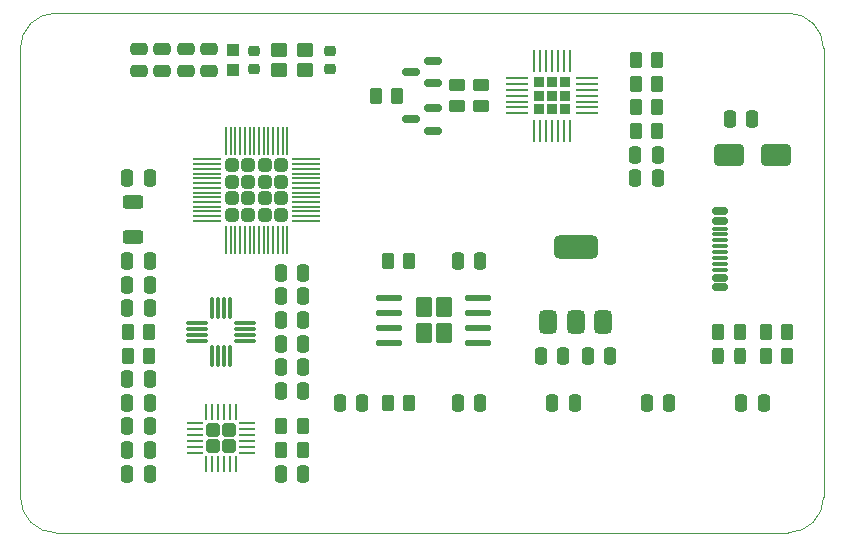
<source format=gtp>
%TF.GenerationSoftware,KiCad,Pcbnew,9.0.1*%
%TF.CreationDate,2025-07-09T23:34:26+08:00*%
%TF.ProjectId,IMU,494d552e-6b69-4636-9164-5f7063625858,rev?*%
%TF.SameCoordinates,Original*%
%TF.FileFunction,Paste,Top*%
%TF.FilePolarity,Positive*%
%FSLAX45Y45*%
G04 Gerber Fmt 4.5, Leading zero omitted, Abs format (unit mm)*
G04 Created by KiCad (PCBNEW 9.0.1) date 2025-07-09 23:34:26*
%MOMM*%
%LPD*%
G01*
G04 APERTURE LIST*
G04 Aperture macros list*
%AMRoundRect*
0 Rectangle with rounded corners*
0 $1 Rounding radius*
0 $2 $3 $4 $5 $6 $7 $8 $9 X,Y pos of 4 corners*
0 Add a 4 corners polygon primitive as box body*
4,1,4,$2,$3,$4,$5,$6,$7,$8,$9,$2,$3,0*
0 Add four circle primitives for the rounded corners*
1,1,$1+$1,$2,$3*
1,1,$1+$1,$4,$5*
1,1,$1+$1,$6,$7*
1,1,$1+$1,$8,$9*
0 Add four rect primitives between the rounded corners*
20,1,$1+$1,$2,$3,$4,$5,0*
20,1,$1+$1,$4,$5,$6,$7,0*
20,1,$1+$1,$6,$7,$8,$9,0*
20,1,$1+$1,$8,$9,$2,$3,0*%
G04 Aperture macros list end*
%ADD10RoundRect,0.250000X0.250000X0.475000X-0.250000X0.475000X-0.250000X-0.475000X0.250000X-0.475000X0*%
%ADD11RoundRect,0.250000X0.475000X-0.250000X0.475000X0.250000X-0.475000X0.250000X-0.475000X-0.250000X0*%
%ADD12RoundRect,0.250000X-0.250000X-0.475000X0.250000X-0.475000X0.250000X0.475000X-0.250000X0.475000X0*%
%ADD13RoundRect,0.250000X0.450000X-0.262500X0.450000X0.262500X-0.450000X0.262500X-0.450000X-0.262500X0*%
%ADD14RoundRect,0.250000X-0.450000X0.262500X-0.450000X-0.262500X0.450000X-0.262500X0.450000X0.262500X0*%
%ADD15RoundRect,0.225000X0.250000X-0.225000X0.250000X0.225000X-0.250000X0.225000X-0.250000X-0.225000X0*%
%ADD16O,1.950000X0.300000*%
%ADD17O,0.300000X1.950000*%
%ADD18RoundRect,0.250000X-0.262500X-0.450000X0.262500X-0.450000X0.262500X0.450000X-0.262500X0.450000X0*%
%ADD19RoundRect,0.225000X0.225000X-0.225000X0.225000X0.225000X-0.225000X0.225000X-0.225000X-0.225000X0*%
%ADD20RoundRect,0.062500X0.062500X-0.837500X0.062500X0.837500X-0.062500X0.837500X-0.062500X-0.837500X0*%
%ADD21RoundRect,0.062500X0.837500X-0.062500X0.837500X0.062500X-0.837500X0.062500X-0.837500X-0.062500X0*%
%ADD22RoundRect,0.250000X0.262500X0.450000X-0.262500X0.450000X-0.262500X-0.450000X0.262500X-0.450000X0*%
%ADD23RoundRect,0.250000X1.000000X0.650000X-1.000000X0.650000X-1.000000X-0.650000X1.000000X-0.650000X0*%
%ADD24RoundRect,0.375000X0.375000X-0.625000X0.375000X0.625000X-0.375000X0.625000X-0.375000X-0.625000X0*%
%ADD25RoundRect,0.500000X1.400000X-0.500000X1.400000X0.500000X-1.400000X0.500000X-1.400000X-0.500000X0*%
%ADD26RoundRect,0.243750X-0.243750X-0.456250X0.243750X-0.456250X0.243750X0.456250X-0.243750X0.456250X0*%
%ADD27RoundRect,0.150000X0.500000X-0.150000X0.500000X0.150000X-0.500000X0.150000X-0.500000X-0.150000X0*%
%ADD28RoundRect,0.075000X0.575000X-0.075000X0.575000X0.075000X-0.575000X0.075000X-0.575000X-0.075000X0*%
%ADD29RoundRect,0.250000X0.625000X-0.312500X0.625000X0.312500X-0.625000X0.312500X-0.625000X-0.312500X0*%
%ADD30RoundRect,0.150000X0.587500X0.150000X-0.587500X0.150000X-0.587500X-0.150000X0.587500X-0.150000X0*%
%ADD31RoundRect,0.250000X-0.315000X-0.315000X0.315000X-0.315000X0.315000X0.315000X-0.315000X0.315000X0*%
%ADD32RoundRect,0.050000X-1.137500X-0.050000X1.137500X-0.050000X1.137500X0.050000X-1.137500X0.050000X0*%
%ADD33RoundRect,0.050000X-0.050000X-1.137500X0.050000X-1.137500X0.050000X1.137500X-0.050000X1.137500X0*%
%ADD34R,1.000000X1.000000*%
%ADD35RoundRect,0.250000X-0.450000X-0.350000X0.450000X-0.350000X0.450000X0.350000X-0.450000X0.350000X0*%
%ADD36RoundRect,0.250000X-0.435000X-0.615000X0.435000X-0.615000X0.435000X0.615000X-0.435000X0.615000X0*%
%ADD37RoundRect,0.125000X-0.950000X-0.125000X0.950000X-0.125000X0.950000X0.125000X-0.950000X0.125000X0*%
%ADD38RoundRect,0.250000X-0.335000X0.335000X-0.335000X-0.335000X0.335000X-0.335000X0.335000X0.335000X0*%
%ADD39RoundRect,0.062500X-0.062500X0.600000X-0.062500X-0.600000X0.062500X-0.600000X0.062500X0.600000X0*%
%ADD40RoundRect,0.062500X-0.600000X0.062500X-0.600000X-0.062500X0.600000X-0.062500X0.600000X0.062500X0*%
%ADD41RoundRect,0.225000X-0.250000X0.225000X-0.250000X-0.225000X0.250000X-0.225000X0.250000X0.225000X0*%
%TA.AperFunction,Profile*%
%ADD42C,0.050000*%
%TD*%
G04 APERTURE END LIST*
D10*
%TO.C,C22*%
X16695000Y-14100000D03*
X16505000Y-14100000D03*
%TD*%
D11*
%TO.C,C28*%
X12700000Y-11695000D03*
X12700000Y-11505000D03*
%TD*%
D12*
%TO.C,C24*%
X13905000Y-13600000D03*
X14095000Y-13600000D03*
%TD*%
D13*
%TO.C,R8*%
X15400000Y-11991250D03*
X15400000Y-11808750D03*
%TD*%
D14*
%TO.C,R9*%
X15600000Y-11808750D03*
X15600000Y-11991250D03*
%TD*%
D15*
%TO.C,C10*%
X13675000Y-11677500D03*
X13675000Y-11522500D03*
%TD*%
D16*
%TO.C,U1*%
X13197500Y-13825000D03*
X13197500Y-13875000D03*
X13197500Y-13925000D03*
X13197500Y-13975000D03*
D17*
X13325000Y-14102500D03*
X13375000Y-14102500D03*
X13425000Y-14102500D03*
X13475000Y-14102500D03*
D16*
X13602500Y-13975000D03*
X13602500Y-13925000D03*
X13602500Y-13875000D03*
X13602500Y-13825000D03*
D17*
X13475000Y-13697500D03*
X13425000Y-13697500D03*
X13375000Y-13697500D03*
X13325000Y-13697500D03*
%TD*%
D10*
%TO.C,C23*%
X16295000Y-14100000D03*
X16105000Y-14100000D03*
%TD*%
D18*
%TO.C,R15*%
X14708750Y-11900000D03*
X14891250Y-11900000D03*
%TD*%
D19*
%TO.C,U5*%
X16088000Y-12012000D03*
X16200000Y-12012000D03*
X16312000Y-12012000D03*
X16088000Y-11900000D03*
X16200000Y-11900000D03*
X16312000Y-11900000D03*
X16088000Y-11788000D03*
X16200000Y-11788000D03*
X16312000Y-11788000D03*
D20*
X16050000Y-12195000D03*
X16100000Y-12195000D03*
X16150000Y-12195000D03*
X16200000Y-12195000D03*
X16250000Y-12195000D03*
X16300000Y-12195000D03*
X16350000Y-12195000D03*
D21*
X16495000Y-12050000D03*
X16495000Y-12000000D03*
X16495000Y-11950000D03*
X16495000Y-11900000D03*
X16495000Y-11850000D03*
X16495000Y-11800000D03*
X16495000Y-11750000D03*
D20*
X16350000Y-11605000D03*
X16300000Y-11605000D03*
X16250000Y-11605000D03*
X16200000Y-11605000D03*
X16150000Y-11605000D03*
X16100000Y-11605000D03*
X16050000Y-11605000D03*
D21*
X15905000Y-11750000D03*
X15905000Y-11800000D03*
X15905000Y-11850000D03*
X15905000Y-11900000D03*
X15905000Y-11950000D03*
X15905000Y-12000000D03*
X15905000Y-12050000D03*
%TD*%
D22*
%TO.C,R3*%
X14091250Y-14700000D03*
X13908750Y-14700000D03*
%TD*%
D10*
%TO.C,C20*%
X12795000Y-12600000D03*
X12605000Y-12600000D03*
%TD*%
D23*
%TO.C,D1*%
X18100000Y-12400000D03*
X17700000Y-12400000D03*
%TD*%
D10*
%TO.C,C6*%
X14095000Y-14200000D03*
X13905000Y-14200000D03*
%TD*%
%TO.C,C34*%
X14595000Y-14500000D03*
X14405000Y-14500000D03*
%TD*%
D12*
%TO.C,C8*%
X12605000Y-14700000D03*
X12795000Y-14700000D03*
%TD*%
%TO.C,C3*%
X13905000Y-14000000D03*
X14095000Y-14000000D03*
%TD*%
D10*
%TO.C,C31*%
X17995000Y-14500000D03*
X17805000Y-14500000D03*
%TD*%
D12*
%TO.C,C32*%
X17705000Y-12100000D03*
X17895000Y-12100000D03*
%TD*%
D10*
%TO.C,C18*%
X12795000Y-13500000D03*
X12605000Y-13500000D03*
%TD*%
D11*
%TO.C,C21*%
X13300000Y-11695000D03*
X13300000Y-11505000D03*
%TD*%
D10*
%TO.C,C4*%
X12795000Y-14300000D03*
X12605000Y-14300000D03*
%TD*%
%TO.C,C17*%
X12795000Y-13700000D03*
X12605000Y-13700000D03*
%TD*%
D24*
%TO.C,U4*%
X16170000Y-13815000D03*
X16400000Y-13815000D03*
D25*
X16400000Y-13185000D03*
D24*
X16630000Y-13815000D03*
%TD*%
D18*
%TO.C,R1*%
X17608750Y-13900000D03*
X17791250Y-13900000D03*
%TD*%
D26*
%TO.C,LED1*%
X17606250Y-14100000D03*
X17793750Y-14100000D03*
%TD*%
D18*
%TO.C,R4*%
X12608750Y-13900000D03*
X12791250Y-13900000D03*
%TD*%
D10*
%TO.C,C35*%
X15595000Y-13300000D03*
X15405000Y-13300000D03*
%TD*%
D22*
%TO.C,R14*%
X17091250Y-11600000D03*
X16908750Y-11600000D03*
%TD*%
D27*
%TO.C,J1*%
X17625500Y-13520000D03*
X17625500Y-13440000D03*
D28*
X17625500Y-13325000D03*
X17625500Y-13225000D03*
X17625500Y-13175000D03*
X17625500Y-13075000D03*
D27*
X17625500Y-12960000D03*
X17625500Y-12880000D03*
X17625500Y-12880000D03*
X17625500Y-12960000D03*
D28*
X17625500Y-13025000D03*
X17625500Y-13125000D03*
X17625500Y-13275000D03*
X17625500Y-13375000D03*
D27*
X17625500Y-13440000D03*
X17625500Y-13520000D03*
%TD*%
D11*
%TO.C,C26*%
X12900000Y-11695000D03*
X12900000Y-11505000D03*
%TD*%
D29*
%TO.C,L3*%
X12650000Y-13096250D03*
X12650000Y-12803750D03*
%TD*%
D18*
%TO.C,R6*%
X18008750Y-13900000D03*
X18191250Y-13900000D03*
%TD*%
D12*
%TO.C,C25*%
X13905000Y-13400000D03*
X14095000Y-13400000D03*
%TD*%
D30*
%TO.C,Q2*%
X15193750Y-12195000D03*
X15193750Y-12005000D03*
X15006250Y-12100000D03*
%TD*%
D18*
%TO.C,R7*%
X18008750Y-14100000D03*
X18191250Y-14100000D03*
%TD*%
D31*
%TO.C,U6*%
X13490000Y-12490000D03*
X13490000Y-12630000D03*
X13490000Y-12770000D03*
X13490000Y-12910000D03*
X13630000Y-12490000D03*
X13630000Y-12630000D03*
X13630000Y-12770000D03*
X13630000Y-12910000D03*
X13770000Y-12490000D03*
X13770000Y-12630000D03*
X13770000Y-12770000D03*
X13770000Y-12910000D03*
X13910000Y-12490000D03*
X13910000Y-12630000D03*
X13910000Y-12770000D03*
X13910000Y-12910000D03*
D32*
X13281250Y-12440000D03*
X13281250Y-12480000D03*
X13281250Y-12520000D03*
X13281250Y-12560000D03*
X13281250Y-12600000D03*
X13281250Y-12640000D03*
X13281250Y-12680000D03*
X13281250Y-12720000D03*
X13281250Y-12760000D03*
X13281250Y-12800000D03*
X13281250Y-12840000D03*
X13281250Y-12880000D03*
X13281250Y-12920000D03*
X13281250Y-12960000D03*
D33*
X13440000Y-13118750D03*
X13480000Y-13118750D03*
X13520000Y-13118750D03*
X13560000Y-13118750D03*
X13600000Y-13118750D03*
X13640000Y-13118750D03*
X13680000Y-13118750D03*
X13720000Y-13118750D03*
X13760000Y-13118750D03*
X13800000Y-13118750D03*
X13840000Y-13118750D03*
X13880000Y-13118750D03*
X13920000Y-13118750D03*
X13960000Y-13118750D03*
D32*
X14118750Y-12960000D03*
X14118750Y-12920000D03*
X14118750Y-12880000D03*
X14118750Y-12840000D03*
X14118750Y-12800000D03*
X14118750Y-12760000D03*
X14118750Y-12720000D03*
X14118750Y-12680000D03*
X14118750Y-12640000D03*
X14118750Y-12600000D03*
X14118750Y-12560000D03*
X14118750Y-12520000D03*
X14118750Y-12480000D03*
X14118750Y-12440000D03*
D33*
X13960000Y-12281250D03*
X13920000Y-12281250D03*
X13880000Y-12281250D03*
X13840000Y-12281250D03*
X13800000Y-12281250D03*
X13760000Y-12281250D03*
X13720000Y-12281250D03*
X13680000Y-12281250D03*
X13640000Y-12281250D03*
X13600000Y-12281250D03*
X13560000Y-12281250D03*
X13520000Y-12281250D03*
X13480000Y-12281250D03*
X13440000Y-12281250D03*
%TD*%
D18*
%TO.C,R10*%
X14808750Y-13300000D03*
X14991250Y-13300000D03*
%TD*%
D10*
%TO.C,C1*%
X12795000Y-14500000D03*
X12605000Y-14500000D03*
%TD*%
D34*
%TO.C,L1*%
X13500000Y-11685000D03*
X13500000Y-11515000D03*
%TD*%
D35*
%TO.C,X1*%
X13890000Y-11685000D03*
X14110000Y-11685000D03*
X14110000Y-11515000D03*
X13890000Y-11515000D03*
%TD*%
D12*
%TO.C,C16*%
X13905000Y-13800000D03*
X14095000Y-13800000D03*
%TD*%
D36*
%TO.C,U3*%
X15115000Y-13692500D03*
X15115000Y-13907500D03*
X15285000Y-13692500D03*
X15285000Y-13907500D03*
D37*
X14825000Y-13609500D03*
X14825000Y-13736500D03*
X14825000Y-13863500D03*
X14825000Y-13990500D03*
X15575000Y-13990500D03*
X15575000Y-13863500D03*
X15575000Y-13736500D03*
X15575000Y-13609500D03*
%TD*%
D10*
%TO.C,C2*%
X12795000Y-14900000D03*
X12605000Y-14900000D03*
%TD*%
D38*
%TO.C,U2*%
X13467500Y-14732500D03*
X13332500Y-14732500D03*
X13467500Y-14867500D03*
X13332500Y-14867500D03*
D39*
X13525000Y-14578750D03*
X13475000Y-14578750D03*
X13425000Y-14578750D03*
X13375000Y-14578750D03*
X13325000Y-14578750D03*
X13275000Y-14578750D03*
D40*
X13178750Y-14675000D03*
X13178750Y-14725000D03*
X13178750Y-14775000D03*
X13178750Y-14825000D03*
X13178750Y-14875000D03*
X13178750Y-14925000D03*
D39*
X13275000Y-15021250D03*
X13325000Y-15021250D03*
X13375000Y-15021250D03*
X13425000Y-15021250D03*
X13475000Y-15021250D03*
X13525000Y-15021250D03*
D40*
X13621250Y-14925000D03*
X13621250Y-14875000D03*
X13621250Y-14825000D03*
X13621250Y-14775000D03*
X13621250Y-14725000D03*
X13621250Y-14675000D03*
%TD*%
D22*
%TO.C,R2*%
X14091250Y-14900000D03*
X13908750Y-14900000D03*
%TD*%
D18*
%TO.C,R12*%
X16908750Y-12200000D03*
X17091250Y-12200000D03*
%TD*%
D12*
%TO.C,C15*%
X16905000Y-12400000D03*
X17095000Y-12400000D03*
%TD*%
D10*
%TO.C,C19*%
X12795000Y-13300000D03*
X12605000Y-13300000D03*
%TD*%
%TO.C,C5*%
X12795000Y-15100000D03*
X12605000Y-15100000D03*
%TD*%
%TO.C,C29*%
X16395000Y-14500000D03*
X16205000Y-14500000D03*
%TD*%
D12*
%TO.C,C14*%
X16905000Y-12600000D03*
X17095000Y-12600000D03*
%TD*%
%TO.C,C7*%
X13905000Y-14400000D03*
X14095000Y-14400000D03*
%TD*%
D18*
%TO.C,R11*%
X16908750Y-11800000D03*
X17091250Y-11800000D03*
%TD*%
D41*
%TO.C,C11*%
X14325000Y-11522500D03*
X14325000Y-11677500D03*
%TD*%
D10*
%TO.C,C30*%
X17195000Y-14500000D03*
X17005000Y-14500000D03*
%TD*%
D30*
%TO.C,Q1*%
X15193750Y-11795000D03*
X15193750Y-11605000D03*
X15006250Y-11700000D03*
%TD*%
D22*
%TO.C,R13*%
X17091250Y-12000000D03*
X16908750Y-12000000D03*
%TD*%
%TO.C,R16*%
X14991250Y-14500000D03*
X14808750Y-14500000D03*
%TD*%
D10*
%TO.C,C33*%
X15595000Y-14500000D03*
X15405000Y-14500000D03*
%TD*%
D11*
%TO.C,C27*%
X13100000Y-11695000D03*
X13100000Y-11505000D03*
%TD*%
D12*
%TO.C,C9*%
X13905000Y-15100000D03*
X14095000Y-15100000D03*
%TD*%
D18*
%TO.C,R5*%
X12608750Y-14100000D03*
X12791250Y-14100000D03*
%TD*%
D42*
X12000000Y-15600000D02*
G75*
G02*
X11700000Y-15300000I0J300000D01*
G01*
X18200000Y-15600000D02*
X12000000Y-15600000D01*
X18200000Y-11200000D02*
G75*
G02*
X18500000Y-11500000I0J-300000D01*
G01*
X18500000Y-15300000D02*
G75*
G02*
X18200000Y-15600000I-300000J0D01*
G01*
X11700000Y-15300000D02*
X11700000Y-11500000D01*
X12000000Y-11200000D02*
X18200000Y-11200000D01*
X11700000Y-11500000D02*
G75*
G02*
X12000000Y-11200000I300000J0D01*
G01*
X18500000Y-11500000D02*
X18500000Y-15300000D01*
M02*

</source>
